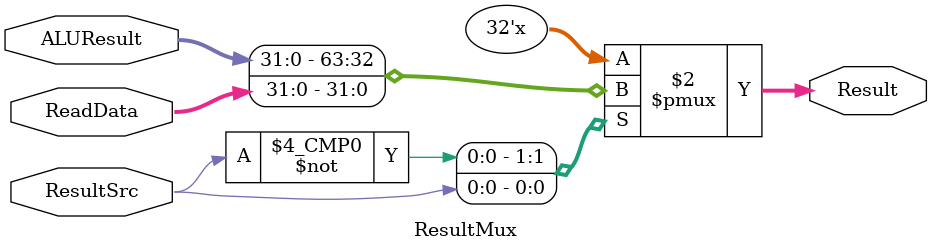
<source format=v>
module ResultMux(
    input wire [31:0] ALUResult,
    input wire [31:0] ReadData,
    input wire  ResultSrc,
    output reg [31:0] Result
);

always @(*) begin
    case(ResultSrc)
        1'b0: Result = ALUResult;    // R-type instructions
        1'b1: Result = ReadData;     // Load instructions
        default: Result = ALUResult;
    endcase
end

endmodule

//checked
</source>
